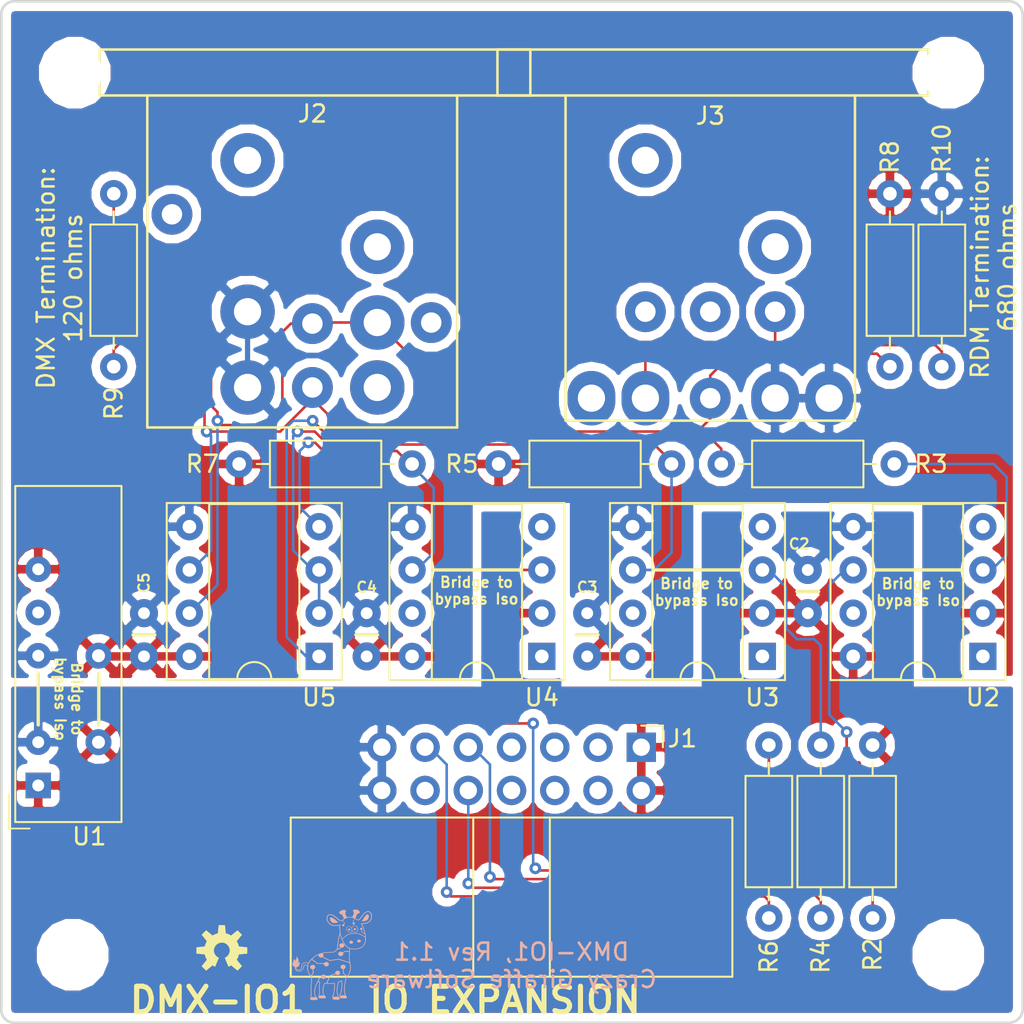
<source format=kicad_pcb>
(kicad_pcb (version 20171130) (host pcbnew "(5.0.0)")
  (title_block (title "DMX Demonstrator - DMX-512 IO Module (DMX-IO1)") (date 2023-02-19) (rev 1.1) (company "Crazy Giraffe Software") (comment 2 "Designed by: SparkyBobo") (comment 3 https://creativecommons.org/licenses/by-sa/4.0/) (comment 4 "Released under the Creative Commons Attribution Share-Alike 4.0m License"))
  (layers (0 F.Cu signal) (31 B.Cu signal) (34 B.Paste user) (35 F.Paste user) (36 B.SilkS user) (37 F.SilkS user) (38 B.Mask user) (39 F.Mask user) (44 Edge.Cuts user))
  (net 0 "")
  (net 1 +5V)
  (net 2 GND)
  (net 3 GNDD)
  (net 4 "Net-(J2-Pad2A)")
  (net 5 "Net-(J2-Pad3)")
  (net 6 "Net-(J3-Pad4B)")
  (net 7 "Net-(J3-Pad5B)")
  (net 8 "Net-(J2-Pad4B)")
  (net 9 "Net-(J2-Pad5B)")
  (net 10 VDD)
  (net 11 "Net-(U4-Pad1)")
  (net 12 "Net-(U4-Pad7)")
  (net 13 "Net-(U4-Pad4)")
  (net 14 "Net-(U3-Pad4)")
  (net 15 "Net-(U3-Pad7)")
  (net 16 "Net-(U3-Pad1)")
  (net 17 "Net-(U2-Pad1)")
  (net 18 "Net-(U2-Pad7)")
  (net 19 "Net-(U2-Pad4)")
  (net 20 "Net-(U1-Pad5)")
  (net 21 "Net-(R6-Pad1)")
  (net 22 "Net-(R7-Pad1)")
  (net 23 "Net-(R5-Pad1)")
  (net 24 "Net-(R4-Pad1)")
  (net 25 "Net-(J1-Pad12)")
  (net 26 "Net-(R3-Pad2)")
  (net 27 "Net-(R3-Pad1)")
  (net 28 "Net-(J1-Pad3)")
  (net 29 "Net-(J1-Pad4)")
  (net 30 "Net-(J1-Pad5)")
  (net 31 "Net-(J1-Pad6)")
  (net 32 "Net-(J1-Pad7)")
  (net 33 "Net-(J1-Pad8)")
  (net 34 /DMX-RX)
  (net 35 /DMX-DIR)
  (net 36 /DMX-TX)
  (module footprints:NEUTRIK-NC3FAH-NC5FAH (layer F.Cu) (at 132.702793 66.11216)
    (fp_text reference J2 (at 0 1.07084) (layer F.SilkS))
    (fp_text value NC3FAH/NC5FAH)
    (pad 2A thru_hole circle (at 3.81 13.335) (size 3.2 3.2) (drill 1.6) (layers *.Cu *.Mask) (net 4 "Net-(J2-Pad2A)"))
    (pad 1A thru_hole circle (at -3.81 12.7) (size 3.2 3.2) (drill 1.6) (layers *.Cu *.Mask) (net 3 GNDD))
    (pad 0 thru_hole circle (at -8.25 6.98) (size 2.4 2.4) (drill 1.2) (layers *.Cu *.Mask))
    (pad 0 thru_hole circle (at 3.81 8.89) (size 3.2 3.2) (drill 1.6) (layers *.Cu *.Mask))
    (pad 0 thru_hole circle (at -3.81 3.81) (size 3.2 3.2) (drill 1.6) (layers *.Cu *.Mask))
    (pad 5B thru_hole circle (at 3.81 17.15) (size 3.2 3.2) (drill 1.6) (layers *.Cu *.Mask) (net 9 "Net-(J2-Pad5B)"))
    (pad 4B thru_hole circle (at 6.98 13.34) (size 2.4 2.4) (drill 1.2) (layers *.Cu *.Mask) (net 8 "Net-(J2-Pad4B)"))
    (pad 3 thru_hole circle (at 0 17.15) (size 2.4 2.4) (drill 1.2) (layers *.Cu *.Mask) (net 5 "Net-(J2-Pad3)"))
    (pad 2B thru_hole circle (at 0 13.4) (size 2.4 2.4) (drill 1.2) (layers *.Cu *.Mask) (net 4 "Net-(J2-Pad2A)"))
    (pad 1B thru_hole circle (at -3.81 17.15) (size 3.2 3.2) (drill 1.6) (layers *.Cu *.Mask) (net 3 GNDD))
  )
  (module Resistor_THT:R_Axial_DIN0207_L6.3mm_D2.5mm_P10.16mm_Horizontal (layer F.Cu) (at 121.031 71.882 270)
    (fp_text reference R9 (at 12.319 0 270) (layer F.SilkS))
    (fp_text value 120)
    (pad 2 thru_hole oval (at 10.16 0 270) (size 1.6 1.6) (drill 0.8) (layers *.Cu *.Mask) (net 5 "Net-(J2-Pad3)"))
    (pad 1 thru_hole circle (at 0 0 270) (size 1.6 1.6) (drill 0.8) (layers *.Cu *.Mask) (net 4 "Net-(J2-Pad2A)"))
  )
  (module MountingHole:MountingHole_3.2mm_M3 (layer F.Cu) (at 118.745 64.77)
    (fp_text reference MH1 hide)
    (fp_text value MountingHole)
    (pad 1 np_thru_hole circle (at 0 0) (size 3.2 3.2) (drill 3.2) (layers *.Cu *.Mask))
  )
  (module MountingHole:MountingHole_3.2mm_M3 (layer F.Cu) (at 170.053 64.77)
    (fp_text reference MH2 hide)
    (fp_text value MountingHole)
    (pad 1 np_thru_hole circle (at 0 0) (size 3.2 3.2) (drill 3.2) (layers *.Cu *.Mask))
  )
  (module MountingHole:MountingHole_3.2mm_M3 (layer F.Cu) (at 118.618 116.586)
    (fp_text reference MH3 hide)
    (fp_text value MountingHole)
    (pad 1 np_thru_hole circle (at 0 0) (size 3.2 3.2) (drill 3.2) (layers *.Cu *.Mask))
  )
  (module MountingHole:MountingHole_3.2mm_M3 (layer F.Cu) (at 170.053 116.586)
    (fp_text reference MH4 hide)
    (fp_text value MountingHole)
    (pad 1 np_thru_hole circle (at 0 0) (size 3.2 3.2) (drill 3.2) (layers *.Cu *.Mask))
  )
  (module Connector_IDC:IDC-Header_2x07_P2.54mm_Horizontal (layer F.Cu) (at 152.019 104.394 270)
    (fp_text reference J1 (at -0.508 -2.413) (layer F.SilkS))
    (fp_text value "IO EXTENSION")
    (pad 1 thru_hole rect (at 0 0 270) (size 1.7272 1.7272) (drill 1.016) (layers *.Cu *.Mask) (net 1 +5V))
    (pad 2 thru_hole oval (at 2.54 0 270) (size 1.7272 1.7272) (drill 1.016) (layers *.Cu *.Mask) (net 1 +5V))
    (pad 3 thru_hole oval (at 0 2.54 270) (size 1.7272 1.7272) (drill 1.016) (layers *.Cu *.Mask) (net 28 "Net-(J1-Pad3)"))
    (pad 4 thru_hole oval (at 2.54 2.54 270) (size 1.7272 1.7272) (drill 1.016) (layers *.Cu *.Mask) (net 29 "Net-(J1-Pad4)"))
    (pad 5 thru_hole oval (at 0 5.08 270) (size 1.7272 1.7272) (drill 1.016) (layers *.Cu *.Mask) (net 30 "Net-(J1-Pad5)"))
    (pad 6 thru_hole oval (at 2.54 5.08 270) (size 1.7272 1.7272) (drill 1.016) (layers *.Cu *.Mask) (net 31 "Net-(J1-Pad6)"))
    (pad 7 thru_hole oval (at 0 7.62 270) (size 1.7272 1.7272) (drill 1.016) (layers *.Cu *.Mask) (net 32 "Net-(J1-Pad7)"))
    (pad 8 thru_hole oval (at 2.54 7.62 270) (size 1.7272 1.7272) (drill 1.016) (layers *.Cu *.Mask) (net 33 "Net-(J1-Pad8)"))
    (pad 9 thru_hole oval (at 0 10.16 270) (size 1.7272 1.7272) (drill 1.016) (layers *.Cu *.Mask) (net 34 /DMX-RX))
    (pad 10 thru_hole oval (at 2.54 10.16 270) (size 1.7272 1.7272) (drill 1.016) (layers *.Cu *.Mask) (net 35 /DMX-DIR))
    (pad 11 thru_hole oval (at 0 12.7 270) (size 1.7272 1.7272) (drill 1.016) (layers *.Cu *.Mask) (net 36 /DMX-TX))
    (pad 12 thru_hole oval (at 2.54 12.7 270) (size 1.7272 1.7272) (drill 1.016) (layers *.Cu *.Mask) (net 25 "Net-(J1-Pad12)"))
    (pad 13 thru_hole oval (at 0 15.24 270) (size 1.7272 1.7272) (drill 1.016) (layers *.Cu *.Mask) (net 2 GND))
    (pad 14 thru_hole oval (at 2.54 15.24 270) (size 1.7272 1.7272) (drill 1.016) (layers *.Cu *.Mask) (net 2 GND))
  )
  (module footprints:Converter_DCDC_muRata_NMAxxxxSC_THT_Bypass (layer F.Cu) (at 116.597672 106.63966 180)
    (fp_text reference U1 (at -3 -3 180) (layer F.SilkS))
    (fp_text value NMA0505SC)
    (pad 6 thru_hole circle (at -3.54 7.62 180) (size 1.524 1.524) (drill 0.762) (layers *.Cu *.Mask) (net 10 VDD))
    (pad 1 thru_hole circle (at -3.54 2.54 180) (size 1.524 1.524) (drill 0.762) (layers *.Cu *.Mask) (net 1 +5V))
    (pad 6 thru_hole oval (at 0 12.7 180) (size 1.5 1.5) (drill 0.7) (layers *.Cu *.Mask) (net 10 VDD))
    (pad 5 thru_hole oval (at 0 10.16 180) (size 1.5 1.5) (drill 0.7) (layers *.Cu *.Mask) (net 20 "Net-(U1-Pad5)"))
    (pad 4 thru_hole oval (at 0 7.62 180) (size 1.5 1.5) (drill 0.7) (layers *.Cu *.Mask) (net 3 GNDD))
    (pad 2 thru_hole oval (at 0 2.54 180) (size 1.5 1.5) (drill 0.7) (layers *.Cu *.Mask) (net 2 GND))
    (pad 1 thru_hole rect (at 0 0 180) (size 1.5 1.5) (drill 0.7) (layers *.Cu *.Mask) (net 1 +5V))
  )
  (module footprints:NEUTRIK-NC3MAH-NC5MAH (layer F.Cu) (at 156.070793 66.11216)
    (fp_text reference J3 (at 0 1.19784) (layer F.SilkS))
    (fp_text value NC3MAH/NC5MAH)
    (pad 1A thru_hole oval (at 3.81 17.78) (size 2.8 3.2) (drill 1.6) (layers *.Cu *.Mask) (net 3 GNDD))
    (pad 2A thru_hole oval (at -3.81 17.78) (size 2.8 3.2) (drill 1.6) (layers *.Cu *.Mask) (net 4 "Net-(J2-Pad2A)"))
    (pad 0 thru_hole circle (at 0 12.7) (size 2.4 2.4) (drill 1.2) (layers *.Cu *.Mask))
    (pad 0 thru_hole circle (at 3.81 8.89) (size 3.2 3.2) (drill 1.6) (layers *.Cu *.Mask))
    (pad 0 thru_hole circle (at -3.81 3.81) (size 3.2 3.2) (drill 1.6) (layers *.Cu *.Mask))
    (pad 5B thru_hole oval (at -6.98 17.78) (size 2.8 3.2) (drill 1.6) (layers *.Cu *.Mask) (net 7 "Net-(J3-Pad5B)"))
    (pad 4B thru_hole circle (at -3.81 12.7) (size 2.4 2.4) (drill 1.2) (layers *.Cu *.Mask) (net 6 "Net-(J3-Pad4B)"))
    (pad 3 thru_hole circle (at 0 17.78) (size 2.4 2.4) (drill 1.2) (layers *.Cu *.Mask) (net 5 "Net-(J2-Pad3)"))
    (pad 2B thru_hole circle (at 3.81 12.7) (size 2.4 2.4) (drill 1.2) (layers *.Cu *.Mask) (net 4 "Net-(J2-Pad2A)"))
    (pad 1B thru_hole oval (at 6.98 17.78) (size 2.8 3.2) (drill 1.6) (layers *.Cu *.Mask) (net 3 GNDD))
  )
  (module Package_DIP:DIP-8_W7.62mm_Socket (layer F.Cu) (at 146.177 99.06 180)
    (fp_text reference U4 (at 0 -2.413) (layer F.SilkS))
    (fp_text value 6N137)
    (pad 8 thru_hole oval (at 7.62 0 180) (size 1.6 1.6) (drill 0.8) (layers *.Cu *.Mask) (net 10 VDD))
    (pad 4 thru_hole oval (at 0 7.62 180) (size 1.6 1.6) (drill 0.8) (layers *.Cu *.Mask) (net 13 "Net-(U4-Pad4)"))
    (pad 7 thru_hole oval (at 7.62 2.54 180) (size 1.6 1.6) (drill 0.8) (layers *.Cu *.Mask) (net 12 "Net-(U4-Pad7)"))
    (pad 3 thru_hole oval (at 0 5.08 180) (size 1.6 1.6) (drill 0.8) (layers *.Cu *.Mask) (net 21 "Net-(R6-Pad1)"))
    (pad 6 thru_hole oval (at 7.62 5.08 180) (size 1.6 1.6) (drill 0.8) (layers *.Cu *.Mask) (net 22 "Net-(R7-Pad1)"))
    (pad 2 thru_hole oval (at 0 2.54 180) (size 1.6 1.6) (drill 0.8) (layers *.Cu *.Mask) (net 1 +5V))
    (pad 5 thru_hole oval (at 7.62 7.62 180) (size 1.6 1.6) (drill 0.8) (layers *.Cu *.Mask) (net 3 GNDD))
    (pad 1 thru_hole rect (at 0 0 180) (size 1.6 1.6) (drill 0.8) (layers *.Cu *.Mask) (net 11 "Net-(U4-Pad1)"))
  )
  (module Resistor_THT:R_Axial_DIN0207_L6.3mm_D2.5mm_P10.16mm_Horizontal (layer F.Cu) (at 159.512 104.267 270)
    (fp_text reference R6 (at 12.446 0 270) (layer F.SilkS))
    (fp_text value 470)
    (pad 2 thru_hole oval (at 10.16 0 270) (size 1.6 1.6) (drill 0.8) (layers *.Cu *.Mask) (net 36 /DMX-TX))
    (pad 1 thru_hole circle (at 0 0 270) (size 1.6 1.6) (drill 0.8) (layers *.Cu *.Mask) (net 21 "Net-(R6-Pad1)"))
  )
  (module Package_DIP:DIP-8_W7.62mm_Socket (layer F.Cu) (at 133.096 99.06 180)
    (fp_text reference U5 (at 0 -2.413 180) (layer F.SilkS))
    (fp_text value MAX3485CPA+)
    (pad 8 thru_hole oval (at 7.62 0 180) (size 1.6 1.6) (drill 0.8) (layers *.Cu *.Mask) (net 10 VDD))
    (pad 4 thru_hole oval (at 0 7.62 180) (size 1.6 1.6) (drill 0.8) (layers *.Cu *.Mask) (net 22 "Net-(R7-Pad1)"))
    (pad 7 thru_hole oval (at 7.62 2.54 180) (size 1.6 1.6) (drill 0.8) (layers *.Cu *.Mask) (net 4 "Net-(J2-Pad2A)"))
    (pad 3 thru_hole oval (at 0 5.08 180) (size 1.6 1.6) (drill 0.8) (layers *.Cu *.Mask) (net 23 "Net-(R5-Pad1)"))
    (pad 6 thru_hole oval (at 7.62 5.08 180) (size 1.6 1.6) (drill 0.8) (layers *.Cu *.Mask) (net 5 "Net-(J2-Pad3)"))
    (pad 2 thru_hole oval (at 0 2.54 180) (size 1.6 1.6) (drill 0.8) (layers *.Cu *.Mask) (net 23 "Net-(R5-Pad1)"))
    (pad 5 thru_hole oval (at 7.62 7.62 180) (size 1.6 1.6) (drill 0.8) (layers *.Cu *.Mask) (net 3 GNDD))
    (pad 1 thru_hole rect (at 0 0 180) (size 1.6 1.6) (drill 0.8) (layers *.Cu *.Mask) (net 27 "Net-(R3-Pad1)"))
  )
  (module Capacitors:CAP-PTH-2.54 (layer F.Cu) (at 122.809 97.79 90)
    (fp_text reference C5 (at 3.048 0 90) (layer F.SilkS) (effects (font (size 0.6096 0.6096) (thickness 0.127))))
    (fp_text value .01uF hide)
    (pad 2 thru_hole circle (at 1.27 0 90) (size 1.651 1.651) (drill 0.6985) (layers *.Cu *.Mask) (net 3 GNDD))
    (pad 1 thru_hole circle (at -1.27 0 90) (size 1.651 1.651) (drill 0.6985) (layers *.Cu *.Mask) (net 10 VDD))
  )
  (module Capacitors:CAP-PTH-2.54 (layer F.Cu) (at 161.798 95.25 90)
    (fp_text reference C2 (at 2.794 -0.508 180) (layer F.SilkS) (effects (font (size 0.6096 0.6096) (thickness 0.127))))
    (fp_text value .01uF hide)
    (pad 2 thru_hole circle (at 1.27 0 90) (size 1.651 1.651) (drill 0.6985) (layers *.Cu *.Mask) (net 2 GND))
    (pad 1 thru_hole circle (at -1.27 0 90) (size 1.651 1.651) (drill 0.6985) (layers *.Cu *.Mask) (net 1 +5V))
  )
  (module Capacitors:CAP-PTH-2.54 (layer F.Cu) (at 148.844 97.79 90)
    (fp_text reference C3 (at 2.794 0 -180) (layer F.SilkS) (effects (font (size 0.6096 0.6096) (thickness 0.127))))
    (fp_text value .01uF hide)
    (pad 2 thru_hole circle (at 1.27 0 90) (size 1.651 1.651) (drill 0.6985) (layers *.Cu *.Mask) (net 3 GNDD))
    (pad 1 thru_hole circle (at -1.27 0 90) (size 1.651 1.651) (drill 0.6985) (layers *.Cu *.Mask) (net 10 VDD))
  )
  (module Capacitors:CAP-PTH-2.54 (layer F.Cu) (at 135.89 97.79 90)
    (fp_text reference C4 (at 2.794 0 -180) (layer F.SilkS) (effects (font (size 0.6096 0.6096) (thickness 0.127))))
    (fp_text value .01uF hide)
    (pad 2 thru_hole circle (at 1.27 0 90) (size 1.651 1.651) (drill 0.6985) (layers *.Cu *.Mask) (net 3 GNDD))
    (pad 1 thru_hole circle (at -1.27 0 90) (size 1.651 1.651) (drill 0.6985) (layers *.Cu *.Mask) (net 10 VDD))
  )
  (module Package_DIP:DIP-8_W7.62mm_Socket (layer F.Cu) (at 172.085 99.06 180)
    (fp_text reference U2 (at 0 -2.413) (layer F.SilkS))
    (fp_text value 6N137)
    (pad 8 thru_hole oval (at 7.62 0 180) (size 1.6 1.6) (drill 0.8) (layers *.Cu *.Mask) (net 1 +5V))
    (pad 4 thru_hole oval (at 0 7.62 180) (size 1.6 1.6) (drill 0.8) (layers *.Cu *.Mask) (net 19 "Net-(U2-Pad4)"))
    (pad 7 thru_hole oval (at 7.62 2.54 180) (size 1.6 1.6) (drill 0.8) (layers *.Cu *.Mask) (net 18 "Net-(U2-Pad7)"))
    (pad 3 thru_hole oval (at 0 5.08 180) (size 1.6 1.6) (drill 0.8) (layers *.Cu *.Mask) (net 26 "Net-(R3-Pad2)"))
    (pad 6 thru_hole oval (at 7.62 5.08 180) (size 1.6 1.6) (drill 0.8) (layers *.Cu *.Mask) (net 34 /DMX-RX))
    (pad 2 thru_hole oval (at 0 2.54 180) (size 1.6 1.6) (drill 0.8) (layers *.Cu *.Mask) (net 10 VDD))
    (pad 5 thru_hole oval (at 7.62 7.62 180) (size 1.6 1.6) (drill 0.8) (layers *.Cu *.Mask) (net 2 GND))
    (pad 1 thru_hole rect (at 0 0 180) (size 1.6 1.6) (drill 0.8) (layers *.Cu *.Mask) (net 17 "Net-(U2-Pad1)"))
  )
  (module Package_DIP:DIP-8_W7.62mm_Socket (layer F.Cu) (at 159.131 99.06 180)
    (fp_text reference U3 (at 0 -2.413) (layer F.SilkS))
    (fp_text value 6N137)
    (pad 8 thru_hole oval (at 7.62 0 180) (size 1.6 1.6) (drill 0.8) (layers *.Cu *.Mask) (net 10 VDD))
    (pad 4 thru_hole oval (at 0 7.62 180) (size 1.6 1.6) (drill 0.8) (layers *.Cu *.Mask) (net 14 "Net-(U3-Pad4)"))
    (pad 7 thru_hole oval (at 7.62 2.54 180) (size 1.6 1.6) (drill 0.8) (layers *.Cu *.Mask) (net 15 "Net-(U3-Pad7)"))
    (pad 3 thru_hole oval (at 0 5.08 180) (size 1.6 1.6) (drill 0.8) (layers *.Cu *.Mask) (net 24 "Net-(R4-Pad1)"))
    (pad 6 thru_hole oval (at 7.62 5.08 180) (size 1.6 1.6) (drill 0.8) (layers *.Cu *.Mask) (net 23 "Net-(R5-Pad1)"))
    (pad 2 thru_hole oval (at 0 2.54 180) (size 1.6 1.6) (drill 0.8) (layers *.Cu *.Mask) (net 1 +5V))
    (pad 5 thru_hole oval (at 7.62 7.62 180) (size 1.6 1.6) (drill 0.8) (layers *.Cu *.Mask) (net 3 GNDD))
    (pad 1 thru_hole rect (at 0 0 180) (size 1.6 1.6) (drill 0.8) (layers *.Cu *.Mask) (net 16 "Net-(U3-Pad1)"))
  )
  (module Resistor_THT:R_Axial_DIN0207_L6.3mm_D2.5mm_P10.16mm_Horizontal (layer F.Cu) (at 169.672 82.042 90)
    (fp_text reference R10 (at 12.827 0 90) (layer F.SilkS))
    (fp_text value 680)
    (pad 2 thru_hole oval (at 10.16 0 90) (size 1.6 1.6) (drill 0.8) (layers *.Cu *.Mask) (net 3 GNDD))
    (pad 1 thru_hole circle (at 0 0 90) (size 1.6 1.6) (drill 0.8) (layers *.Cu *.Mask) (net 4 "Net-(J2-Pad2A)"))
  )
  (module Resistor_THT:R_Axial_DIN0207_L6.3mm_D2.5mm_P10.16mm_Horizontal (layer F.Cu) (at 165.608 104.267 270)
    (fp_text reference R2 (at 12.319 0 270) (layer F.SilkS))
    (fp_text value 470)
    (pad 2 thru_hole oval (at 10.16 0 270) (size 1.6 1.6) (drill 0.8) (layers *.Cu *.Mask) (net 34 /DMX-RX))
    (pad 1 thru_hole circle (at 0 0 270) (size 1.6 1.6) (drill 0.8) (layers *.Cu *.Mask) (net 1 +5V))
  )
  (module Resistor_THT:R_Axial_DIN0207_L6.3mm_D2.5mm_P10.16mm_Horizontal (layer F.Cu) (at 156.718 87.757)
    (fp_text reference R3 (at 12.319 0) (layer F.SilkS))
    (fp_text value 470)
    (pad 2 thru_hole oval (at 10.16 0) (size 1.6 1.6) (drill 0.8) (layers *.Cu *.Mask) (net 26 "Net-(R3-Pad2)"))
    (pad 1 thru_hole circle (at 0 0) (size 1.6 1.6) (drill 0.8) (layers *.Cu *.Mask) (net 27 "Net-(R3-Pad1)"))
  )
  (module Resistor_THT:R_Axial_DIN0207_L6.3mm_D2.5mm_P10.16mm_Horizontal (layer F.Cu) (at 162.56 104.267 270)
    (fp_text reference R4 (at 12.446 0 270) (layer F.SilkS))
    (fp_text value 470)
    (pad 2 thru_hole oval (at 10.16 0 270) (size 1.6 1.6) (drill 0.8) (layers *.Cu *.Mask) (net 35 /DMX-DIR))
    (pad 1 thru_hole circle (at 0 0 270) (size 1.6 1.6) (drill 0.8) (layers *.Cu *.Mask) (net 24 "Net-(R4-Pad1)"))
  )
  (module Resistor_THT:R_Axial_DIN0207_L6.3mm_D2.5mm_P10.16mm_Horizontal (layer F.Cu) (at 153.797 87.757 180)
    (fp_text reference R5 (at 12.319 0 180) (layer F.SilkS))
    (fp_text value 470)
    (pad 2 thru_hole oval (at 10.16 0 180) (size 1.6 1.6) (drill 0.8) (layers *.Cu *.Mask) (net 10 VDD))
    (pad 1 thru_hole circle (at 0 0 180) (size 1.6 1.6) (drill 0.8) (layers *.Cu *.Mask) (net 23 "Net-(R5-Pad1)"))
  )
  (module footprints:OSHW-LOGO-S (layer F.Cu) (at 127.381 116.332)
    (fp_text reference "" (at 0 0) (layer F.SilkS) (effects (font (size 1.524 1.524))))
    (fp_text value "" (at 0 0) (layer F.SilkS) (effects (font (size 1.524 1.524))))
  )
  (module footprints:logo_cr_5x5 (layer B.Cu) (at 133.858 116.586 180)
    (fp_text reference G*** hide)
    (fp_text value LOGO hide)
  )
  (module Resistor_THT:R_Axial_DIN0207_L6.3mm_D2.5mm_P10.16mm_Horizontal (layer F.Cu) (at 138.557 87.757 180)
    (fp_text reference R7 (at 12.319 0 180) (layer F.SilkS))
    (fp_text value 470)
    (pad 2 thru_hole oval (at 10.16 0 180) (size 1.6 1.6) (drill 0.8) (layers *.Cu *.Mask) (net 10 VDD))
    (pad 1 thru_hole circle (at 0 0 180) (size 1.6 1.6) (drill 0.8) (layers *.Cu *.Mask) (net 22 "Net-(R7-Pad1)"))
  )
  (module Resistor_THT:R_Axial_DIN0207_L6.3mm_D2.5mm_P10.16mm_Horizontal (layer F.Cu) (at 166.624 82.042 90)
    (fp_text reference R8 (at 12.319 0 90) (layer F.SilkS))
    (fp_text value 680)
    (pad 2 thru_hole oval (at 10.16 0 90) (size 1.6 1.6) (drill 0.8) (layers *.Cu *.Mask) (net 10 VDD))
    (pad 1 thru_hole circle (at 0 0 90) (size 1.6 1.6) (drill 0.8) (layers *.Cu *.Mask) (net 5 "Net-(J2-Pad3)"))
  )
  (gr_text "RDM Termination:\n680 ohms" (at 172.72 76.2 90) (layer F.SilkS) (effects (font (size 1 1))))
  (gr_text "DMX Termination:\n120 ohms" (at 117.856 76.835 90) (layer F.SilkS) (effects (font (size 1 1))))
  (gr_arc (start 173.609 61.397) (end 174.427 61.397) (angle -90) (layer Edge.Cuts) (width 0.15))
  (gr_line (start 165.735 93.98) (end 170.815 93.98) (layer F.SilkS) (width 0.2))
  (gr_line (start 144.907 93.98) (end 139.827 93.98) (layer F.SilkS) (width 0.2))
  (gr_line (start 157.861 93.98) (end 152.781 93.98) (layer F.SilkS) (width 0.2))
  (gr_line (start 120.153672 100.03566) (end 120.153672 103.08366) (layer F.SilkS) (width 0.2))
  (gr_line (start 116.597672 100.03566) (end 116.597672 103.08366) (layer F.SilkS) (width 0.2))
  (gr_text "Bridge to\nbypass Iso" (at 168.283342 95.280744) (layer F.SilkS) (effects (font (size 0.6096 0.6096) (thickness 0.127))))
  (gr_text "Bridge to\nbypass Iso" (at 142.33969 95.19649) (layer F.SilkS) (effects (font (size 0.6096 0.6096) (thickness 0.127))))
  (gr_text "Bridge to\nbypass Iso" (at 155.27527 95.2739) (layer F.SilkS) (effects (font (size 0.6096 0.6096) (thickness 0.127))))
  (gr_text "Bridge to\nbypass Iso" (at 118.375672 101.55966 270) (layer F.SilkS) (effects (font (size 0.6096 0.6096) (thickness 0.127))))
  (gr_arc (start 173.609 119.761) (end 173.609 120.579) (angle -90) (layer Edge.Cuts) (width 0.15))
  (gr_arc (start 115.189 119.817) (end 114.427 119.817) (angle -90) (layer Edge.Cuts) (width 0.15))
  (gr_arc (start 115.189 61.341) (end 115.189 60.579) (angle -90) (layer Edge.Cuts) (width 0.15))
  (gr_line (start 114.427 119.817) (end 114.427 61.341) (layer Edge.Cuts) (width 0.15))
  (gr_line (start 115.189 120.579) (end 173.609 120.579) (layer Edge.Cuts) (width 0.15))
  (gr_line (start 174.427 61.397) (end 174.427 119.761) (layer Edge.Cuts) (width 0.15))
  (gr_line (start 115.189 60.579) (end 173.609 60.579) (layer Edge.Cuts) (width 0.15))
  (gr_text "DMX-IO1, Rev 1.1\nCrazy Giraffe Software" (at 144.399 117.221) (layer B.SilkS) (effects (font (size 1 1)) (justify mirror)))
  (gr_text DMX-IO1 (at 127.127 119.253) (layer F.SilkS) (effects (font (size 1.5 1.5) (thickness 0.3))))
  (gr_text "IO EXPANSION" (at 144.018 119.253) (layer F.SilkS) (effects (font (size 1.5 1.5) (thickness 0.3))))
  (segment (start 161.798 96.52) (end 159.131 96.52) (width 0.5) (layer F.Cu) (net 1))
  (segment (start 128.892793 78.81216) (end 128.892793 83.26216) (width 0.3048) (layer B.Cu) (net 3))
  (segment (start 159.880793 83.89216) (end 163.050793 83.89216) (width 0.3048) (layer B.Cu) (net 3))
  (segment (start 152.260793 83.89216) (end 152.260793 82.918793) (width 0.1524) (layer F.Cu) (net 4))
  (segment (start 138.599633 81.534) (end 136.512793 79.44716) (width 0.1524) (layer F.Cu) (net 4))
  (segment (start 132.767793 79.44716) (end 132.702793 79.51216) (width 0.1524) (layer F.Cu) (net 4))
  (segment (start 150.876 81.534) (end 150.749 81.534) (width 0.1524) (layer F.Cu) (net 4))
  (segment (start 150.749 81.534) (end 138.599633 81.534) (width 0.1524) (layer F.Cu) (net 4))
  (segment (start 152.260793 81.546207) (end 152.273 81.534) (width 0.1524) (layer F.Cu) (net 4))
  (segment (start 152.260793 83.89216) (end 152.260793 81.546207) (width 0.1524) (layer F.Cu) (net 4))
  (segment (start 152.273 81.534) (end 150.749 81.534) (width 0.1524) (layer F.Cu) (net 4))
  (segment (start 136.512793 79.44716) (end 134.366 79.44716) (width 0.1524) (layer F.Cu) (net 4))
  (segment (start 134.366 79.44716) (end 132.767793 79.44716) (width 0.1524) (layer F.Cu) (net 4))
  (segment (start 159.880793 78.81216) (end 159.880793 79.133207) (width 0.1524) (layer F.Cu) (net 4))
  (segment (start 159.880793 79.616793) (end 159.880793 78.81216) (width 0.1524) (layer F.Cu) (net 4))
  (segment (start 169.672 81.153) (end 169.291 80.772) (width 0.1524) (layer F.Cu) (net 4))
  (segment (start 169.672 82.042) (end 169.672 81.153) (width 0.1524) (layer F.Cu) (net 4))
  (segment (start 159.880793 80.759793) (end 159.893 80.772) (width 0.1524) (layer F.Cu) (net 4))
  (segment (start 159.880793 78.81216) (end 159.880793 80.759793) (width 0.1524) (layer F.Cu) (net 4))
  (segment (start 169.291 80.772) (end 159.893 80.772) (width 0.1524) (layer F.Cu) (net 4))
  (segment (start 156.21 81.534) (end 152.273 81.534) (width 0.1524) (layer F.Cu) (net 4))
  (segment (start 159.893 80.772) (end 156.972 80.772) (width 0.1524) (layer F.Cu) (net 4))
  (segment (start 156.972 80.772) (end 156.21 81.534) (width 0.1524) (layer F.Cu) (net 4))
  (segment (start 127.127 94.869) (end 125.476 96.52) (width 0.1524) (layer B.Cu) (net 4))
  (segment (start 127.127 85.217) (end 127.127 94.869) (width 0.1524) (layer B.Cu) (net 4))
  (via (at 127.127 85.217) (size 0.6858) (drill 0.3302) (layers F.Cu B.Cu) (net 4))
  (segment (start 131.43484 79.51216) (end 132.702793 79.51216) (width 0.1524) (layer F.Cu) (net 4))
  (segment (start 130.937 80.01) (end 131.43484 79.51216) (width 0.1524) (layer F.Cu) (net 4))
  (segment (start 130.937 84.709) (end 130.937 80.01) (width 0.1524) (layer F.Cu) (net 4))
  (segment (start 130.175 85.471) (end 130.937 84.709) (width 0.1524) (layer F.Cu) (net 4))
  (segment (start 127.127 85.217) (end 127.381 85.471) (width 0.1524) (layer F.Cu) (net 4))
  (segment (start 127.381 85.471) (end 130.175 85.471) (width 0.1524) (layer F.Cu) (net 4))
  (segment (start 121.031 79.883) (end 121.412 80.264) (width 0.1524) (layer F.Cu) (net 4))
  (segment (start 127.127 84.709) (end 127.127 85.217) (width 0.1524) (layer F.Cu) (net 4))
  (segment (start 121.031 71.882) (end 121.031 79.883) (width 0.1524) (layer F.Cu) (net 4))
  (segment (start 121.412 80.264) (end 126.238 80.264) (width 0.1524) (layer F.Cu) (net 4))
  (segment (start 126.238 80.264) (end 126.746 80.772) (width 0.1524) (layer F.Cu) (net 4))
  (segment (start 126.746 80.772) (end 126.746 84.328) (width 0.1524) (layer F.Cu) (net 4))
  (segment (start 126.746 84.328) (end 127.127 84.709) (width 0.1524) (layer F.Cu) (net 4))
  (segment (start 125.476 93.98) (end 125.603 93.98) (width 0.1524) (layer F.Cu) (net 5))
  (segment (start 165.862 81.28) (end 166.624 82.042) (width 0.1524) (layer F.Cu) (net 5))
  (segment (start 157.353 81.28) (end 165.862 81.28) (width 0.1524) (layer F.Cu) (net 5))
  (segment (start 156.070793 82.562207) (end 157.353 81.28) (width 0.1524) (layer F.Cu) (net 5))
  (segment (start 156.070793 83.89216) (end 156.070793 82.562207) (width 0.1524) (layer F.Cu) (net 5))
  (segment (start 126.492 85.852) (end 126.746 86.106) (width 0.1524) (layer B.Cu) (net 5))
  (segment (start 126.746 92.837) (end 125.603 93.98) (width 0.1524) (layer B.Cu) (net 5))
  (segment (start 126.746 86.106) (end 126.746 92.837) (width 0.1524) (layer B.Cu) (net 5))
  (via (at 126.492 85.852) (size 0.6858) (drill 0.3302) (layers F.Cu B.Cu) (net 5))
  (segment (start 121.031 81.026) (end 121.031 82.042) (width 0.1524) (layer F.Cu) (net 5))
  (segment (start 121.412 80.645) (end 121.031 81.026) (width 0.1524) (layer F.Cu) (net 5))
  (segment (start 125.857 80.645) (end 121.412 80.645) (width 0.1524) (layer F.Cu) (net 5))
  (segment (start 126.365 81.153) (end 125.857 80.645) (width 0.1524) (layer F.Cu) (net 5))
  (segment (start 126.492 85.852) (end 126.365 85.725) (width 0.1524) (layer F.Cu) (net 5))
  (segment (start 126.365 85.725) (end 126.365 81.153) (width 0.1524) (layer F.Cu) (net 5))
  (segment (start 127.381 85.852) (end 126.492 85.852) (width 0.1524) (layer F.Cu) (net 5))
  (segment (start 130.81 85.852) (end 127.381 85.852) (width 0.1524) (layer F.Cu) (net 5))
  (segment (start 132.702793 83.26216) (end 132.702793 83.959207) (width 0.1524) (layer F.Cu) (net 5))
  (segment (start 132.702793 83.959207) (end 130.81 85.852) (width 0.1524) (layer F.Cu) (net 5))
  (segment (start 156.070793 85.102207) (end 156.070793 83.89216) (width 0.1524) (layer F.Cu) (net 5))
  (segment (start 155.321 85.852) (end 156.070793 85.102207) (width 0.1524) (layer F.Cu) (net 5))
  (segment (start 134.62 85.852) (end 155.321 85.852) (width 0.1524) (layer F.Cu) (net 5))
  (segment (start 132.702793 83.26216) (end 132.702793 83.934793) (width 0.1524) (layer F.Cu) (net 5))
  (segment (start 132.702793 83.934793) (end 134.62 85.852) (width 0.1524) (layer F.Cu) (net 5))
  (segment (start 151.511 99.06) (end 148.844 99.06) (width 0.5) (layer F.Cu) (net 10))
  (segment (start 122.809 99.06) (end 125.476 99.06) (width 0.5) (layer F.Cu) (net 10))
  (segment (start 135.89 99.06) (end 138.557 99.06) (width 0.5) (layer F.Cu) (net 10))
  (segment (start 120.178012 99.06) (end 120.137672 99.01966) (width 0.3048) (layer F.Cu) (net 10))
  (segment (start 122.809 99.06) (end 120.178012 99.06) (width 0.5) (layer F.Cu) (net 10))
  (segment (start 120.142 99.023988) (end 120.137672 99.01966) (width 0.3048) (layer F.Cu) (net 10))
  (via (at 145.796 111.506) (size 0.6858) (drill 0.3302) (layers F.Cu B.Cu) (net 21))
  (segment (start 159.512 105.791) (end 159.512 104.267) (width 0.1524) (layer F.Cu) (net 21))
  (segment (start 159.512 110.871) (end 159.512 105.791) (width 0.1524) (layer F.Cu) (net 21))
  (segment (start 158.75 111.633) (end 159.512 110.871) (width 0.1524) (layer F.Cu) (net 21))
  (segment (start 145.796 111.506) (end 145.923 111.633) (width 0.1524) (layer F.Cu) (net 21))
  (segment (start 145.923 111.633) (end 158.75 111.633) (width 0.1524) (layer F.Cu) (net 21))
  (segment (start 146.177 93.98) (end 143.383 93.98) (width 0.1524) (layer F.Cu) (net 21))
  (segment (start 143.383 93.98) (end 142.875 94.488) (width 0.1524) (layer F.Cu) (net 21))
  (segment (start 142.875 94.488) (end 142.875 102.489) (width 0.1524) (layer F.Cu) (net 21))
  (via (at 145.669 102.997) (size 0.6858) (drill 0.3302) (layers F.Cu B.Cu) (net 21))
  (segment (start 142.875 102.489) (end 143.383 102.997) (width 0.1524) (layer F.Cu) (net 21))
  (segment (start 143.383 102.997) (end 145.669 102.997) (width 0.1524) (layer F.Cu) (net 21))
  (segment (start 145.669 111.379) (end 145.796 111.506) (width 0.1524) (layer B.Cu) (net 21))
  (segment (start 145.669 102.997) (end 145.669 111.379) (width 0.1524) (layer B.Cu) (net 21))
  (segment (start 133.096 91.44) (end 132.969 91.44) (width 0.1524) (layer B.Cu) (net 22))
  (segment (start 131.953 90.297) (end 133.096 91.44) (width 0.1524) (layer B.Cu) (net 22))
  (segment (start 132.461 86.487) (end 131.953 86.995) (width 0.1524) (layer B.Cu) (net 22))
  (via (at 132.461 86.487) (size 0.6858) (drill 0.3302) (layers F.Cu B.Cu) (net 22))
  (segment (start 131.953 86.995) (end 131.953 90.297) (width 0.1524) (layer B.Cu) (net 22))
  (segment (start 137.668 86.995) (end 138.557 87.884) (width 0.1524) (layer F.Cu) (net 22))
  (segment (start 133.35 86.995) (end 137.668 86.995) (width 0.1524) (layer F.Cu) (net 22))
  (segment (start 132.461 86.487) (end 132.842 86.487) (width 0.1524) (layer F.Cu) (net 22))
  (segment (start 132.842 86.487) (end 133.35 86.995) (width 0.1524) (layer F.Cu) (net 22))
  (segment (start 138.811 93.98) (end 138.557 93.98) (width 0.1524) (layer B.Cu) (net 22))
  (segment (start 139.827 92.964) (end 138.811 93.98) (width 0.1524) (layer B.Cu) (net 22))
  (segment (start 138.557 87.884) (end 139.827 89.154) (width 0.1524) (layer B.Cu) (net 22))
  (segment (start 139.827 89.154) (end 139.827 92.964) (width 0.1524) (layer B.Cu) (net 22))
  (segment (start 133.096 96.52) (end 133.096 93.98) (width 0.1524) (layer B.Cu) (net 23))
  (segment (start 152.781 93.98) (end 151.511 93.98) (width 0.1524) (layer B.Cu) (net 23))
  (segment (start 153.797 87.757) (end 153.797 92.964) (width 0.1524) (layer B.Cu) (net 23))
  (segment (start 153.797 92.964) (end 152.781 93.98) (width 0.1524) (layer B.Cu) (net 23))
  (segment (start 153.797 87.63) (end 153.797 87.757) (width 0.1524) (layer F.Cu) (net 23))
  (segment (start 152.781 86.614) (end 153.797 87.63) (width 0.1524) (layer F.Cu) (net 23))
  (segment (start 133.604 86.614) (end 152.781 86.614) (width 0.1524) (layer F.Cu) (net 23))
  (segment (start 132.842 85.852) (end 133.604 86.614) (width 0.1524) (layer F.Cu) (net 23))
  (segment (start 131.826 85.852) (end 131.572 86.106) (width 0.1524) (layer B.Cu) (net 23))
  (via (at 131.826 85.852) (size 0.6858) (drill 0.3302) (layers F.Cu B.Cu) (net 23))
  (segment (start 131.572 86.106) (end 131.572 92.837) (width 0.1524) (layer B.Cu) (net 23))
  (segment (start 131.572 92.837) (end 132.715 93.98) (width 0.1524) (layer B.Cu) (net 23))
  (segment (start 132.715 93.98) (end 133.096 93.98) (width 0.1524) (layer B.Cu) (net 23))
  (segment (start 131.826 85.852) (end 132.842 85.852) (width 0.1524) (layer F.Cu) (net 23))
  (segment (start 159.512 93.98) (end 159.131 93.98) (width 0.1524) (layer B.Cu) (net 24))
  (segment (start 162.56 104.267) (end 162.56 98.425) (width 0.1524) (layer B.Cu) (net 24))
  (segment (start 162.179 98.044) (end 161.163 98.044) (width 0.1524) (layer B.Cu) (net 24))
  (segment (start 161.163 98.044) (end 160.528 97.409) (width 0.1524) (layer B.Cu) (net 24))
  (segment (start 160.528 97.409) (end 160.528 94.996) (width 0.1524) (layer B.Cu) (net 24))
  (segment (start 162.56 98.425) (end 162.179 98.044) (width 0.1524) (layer B.Cu) (net 24))
  (segment (start 160.528 94.996) (end 159.512 93.98) (width 0.1524) (layer B.Cu) (net 24))
  (segment (start 172.593 93.98) (end 172.085 93.98) (width 0.1524) (layer B.Cu) (net 26))
  (segment (start 173.482 93.091) (end 172.593 93.98) (width 0.1524) (layer B.Cu) (net 26))
  (segment (start 173.482 88.519) (end 173.482 93.091) (width 0.1524) (layer B.Cu) (net 26))
  (segment (start 166.878 87.757) (end 172.72 87.757) (width 0.1524) (layer B.Cu) (net 26))
  (segment (start 172.72 87.757) (end 173.482 88.519) (width 0.1524) (layer B.Cu) (net 26))
  (segment (start 132.334 99.06) (end 133.096 99.06) (width 0.1524) (layer B.Cu) (net 27))
  (segment (start 131.191 97.917) (end 132.334 99.06) (width 0.1524) (layer B.Cu) (net 27))
  (segment (start 131.191 85.598) (end 131.191 97.917) (width 0.1524) (layer B.Cu) (net 27))
  (segment (start 131.572 85.217) (end 131.191 85.598) (width 0.1524) (layer B.Cu) (net 27))
  (segment (start 132.715 85.217) (end 133.731 86.233) (width 0.1524) (layer F.Cu) (net 27))
  (segment (start 133.731 86.233) (end 156.083 86.233) (width 0.1524) (layer F.Cu) (net 27))
  (segment (start 156.083 86.233) (end 156.718 86.868) (width 0.1524) (layer F.Cu) (net 27))
  (segment (start 156.718 86.868) (end 156.718 87.757) (width 0.1524) (layer F.Cu) (net 27))
  (segment (start 132.715 85.217) (end 131.572 85.217) (width 0.1524) (layer B.Cu) (net 27))
  (via (at 132.715 85.217) (size 0.6858) (drill 0.3302) (layers F.Cu B.Cu) (net 27))
  (segment (start 141.859 104.394) (end 142.113 104.394) (width 0.1524) (layer B.Cu) (net 34))
  (segment (start 142.113 104.394) (end 143.129 105.41) (width 0.1524) (layer B.Cu) (net 34))
  (via (at 143.129 112.014) (size 0.6858) (drill 0.3302) (layers F.Cu B.Cu) (net 34))
  (segment (start 143.129 105.41) (end 143.129 112.014) (width 0.1524) (layer B.Cu) (net 34))
  (segment (start 163.068 94.869) (end 163.957 93.98) (width 0.1524) (layer B.Cu) (net 34))
  (segment (start 163.957 93.98) (end 164.465 93.98) (width 0.1524) (layer B.Cu) (net 34))
  (segment (start 143.256 112.141) (end 143.129 112.014) (width 0.1524) (layer F.Cu) (net 34))
  (segment (start 163.703 112.141) (end 143.256 112.141) (width 0.1524) (layer F.Cu) (net 34))
  (segment (start 163.703 112.141) (end 164.846 112.141) (width 0.1524) (layer F.Cu) (net 34))
  (segment (start 165.608 112.903) (end 165.608 114.427) (width 0.1524) (layer F.Cu) (net 34))
  (segment (start 164.846 112.141) (end 165.608 112.903) (width 0.1524) (layer F.Cu) (net 34))
  (segment (start 163.068 94.869) (end 163.068 102.489) (width 0.1524) (layer B.Cu) (net 34))
  (via (at 164.084 103.505) (size 0.6858) (drill 0.3302) (layers F.Cu B.Cu) (net 34))
  (segment (start 163.068 102.489) (end 164.084 103.505) (width 0.1524) (layer B.Cu) (net 34))
  (segment (start 164.084 103.505) (end 164.084 104.14) (width 0.1524) (layer F.Cu) (net 34))
  (segment (start 164.084 103.632) (end 164.084 104.14) (width 0.1524) (layer F.Cu) (net 34))
  (segment (start 164.084 112.141) (end 163.703 112.141) (width 0.1524) (layer F.Cu) (net 34))
  (segment (start 164.084 104.14) (end 164.084 112.141) (width 0.1524) (layer F.Cu) (net 34))
  (via (at 141.859 112.395) (size 0.6858) (drill 0.3302) (layers F.Cu B.Cu) (net 35))
  (segment (start 141.859 106.934) (end 141.859 112.395) (width 0.1524) (layer B.Cu) (net 35))
  (segment (start 162.56 113.411) (end 162.56 114.427) (width 0.1524) (layer F.Cu) (net 35))
  (segment (start 161.798 112.649) (end 162.56 113.411) (width 0.1524) (layer F.Cu) (net 35))
  (segment (start 141.859 112.395) (end 142.113 112.649) (width 0.1524) (layer F.Cu) (net 35))
  (segment (start 142.113 112.649) (end 161.798 112.649) (width 0.1524) (layer F.Cu) (net 35))
  (segment (start 140.589 112.903) (end 140.589 105.41) (width 0.1524) (layer B.Cu) (net 36))
  (segment (start 140.589 105.41) (end 139.573 104.394) (width 0.1524) (layer B.Cu) (net 36))
  (segment (start 139.573 104.394) (end 139.319 104.394) (width 0.1524) (layer B.Cu) (net 36))
  (via (at 140.589 112.903) (size 0.6858) (drill 0.3302) (layers F.Cu B.Cu) (net 36))
  (segment (start 159.512 113.411) (end 159.512 114.427) (width 0.1524) (layer F.Cu) (net 36))
  (segment (start 159.258 113.157) (end 159.512 113.411) (width 0.1524) (layer F.Cu) (net 36))
  (segment (start 140.589 112.903) (end 140.843 113.157) (width 0.1524) (layer F.Cu) (net 36))
  (segment (start 140.843 113.157) (end 159.258 113.157) (width 0.1524) (layer F.Cu) (net 36))
  (zone (net 3) (net_name GNDD) (layer B.Cu) (connect_pads (clearance 0.508)) (min_thickness 0.254) (fill yes (arc_segments 16) (thermal_gap 0.508) (thermal_bridge_width 0.508))
    (polygon (pts (xy 174.244 100.33) (xy 168.529 100.33) (xy 168.529 90.043) (xy 155.067 90.043) (xy 155.067 100.33) (xy 147.828 100.33) (xy 147.828 90.043) (xy 142.113 90.043) (xy 142.113 100.33) (xy 134.747 100.33) (xy 129.032 100.33) (xy 114.554 100.33) (xy 114.554 61.214) (xy 115.062 60.706) (xy 173.736 60.706) (xy 174.244 61.087)))
  )
  (zone (net 2) (net_name GND) (layer B.Cu) (connect_pads (clearance 0.508)) (min_thickness 0.254) (fill yes (arc_segments 16) (thermal_gap 0.508) (thermal_bridge_width 0.508))
    (polygon (pts (xy 174.244 100.838) (xy 168.021 100.838) (xy 168.021 90.551) (xy 155.575 90.551) (xy 155.575 100.838) (xy 147.32 100.838) (xy 147.32 90.551) (xy 142.621 90.551) (xy 142.621 100.838) (xy 134.239 100.838) (xy 129.54 100.838) (xy 114.554 100.838) (xy 114.554 120.015) (xy 114.935 120.396) (xy 173.863 120.396) (xy 174.244 120.015)))
  )
  (zone (net 1) (net_name +5V) (layer F.Cu) (connect_pads (clearance 0.508)) (min_thickness 0.254) (fill yes (arc_segments 16) (thermal_gap 0.508) (thermal_bridge_width 0.508))
    (polygon (pts (xy 174.244 100.838) (xy 171.0055 100.838) (xy 168.021 100.838) (xy 168.021 90.551) (xy 155.575 90.551) (xy 155.575 100.838) (xy 147.32 100.838) (xy 147.32 90.551) (xy 142.621 90.551) (xy 142.621 100.838) (xy 134.239 100.838) (xy 129.54 100.838) (xy 114.554 100.838) (xy 114.554 120.015) (xy 114.935 120.396) (xy 173.863 120.396) (xy 174.244 120.015)))
  )
  (zone (net 10) (net_name VDD) (layer F.Cu) (connect_pads (clearance 0.508)) (min_thickness 0.254) (fill yes (arc_segments 16) (thermal_gap 0.508) (thermal_bridge_width 0.508))
    (polygon (pts (xy 174.244 100.203) (xy 168.529 100.203) (xy 168.529 90.043) (xy 155.067 90.043) (xy 155.067 100.203) (xy 147.828 100.203) (xy 147.828 90.043) (xy 142.113 90.043) (xy 142.113 100.203) (xy 134.747 100.203) (xy 129.032 100.33) (xy 114.554 100.33) (xy 114.554 61.214) (xy 115.062 60.706) (xy 173.736 60.706) (xy 174.244 61.087)))
  )
)
</source>
